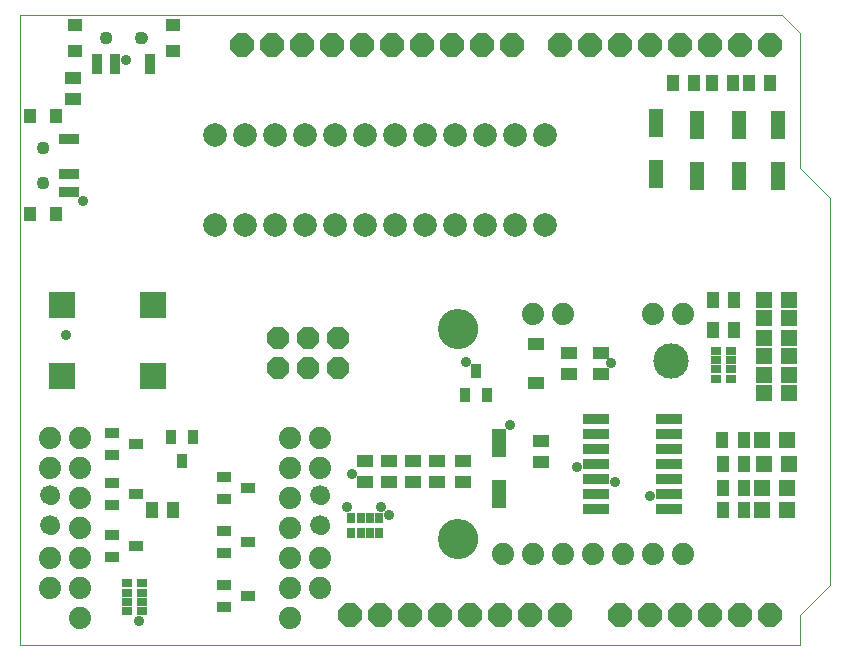
<source format=gts>
G75*
%MOIN*%
%OFA0B0*%
%FSLAX25Y25*%
%IPPOS*%
%LPD*%
%AMOC8*
5,1,8,0,0,1.08239X$1,22.5*
%
%ADD10C,0.00004*%
%ADD11R,0.03950X0.05524*%
%ADD12R,0.05524X0.03950*%
%ADD13R,0.05000X0.09400*%
%ADD14OC8,0.07944*%
%ADD15R,0.05524X0.05524*%
%ADD16R,0.03950X0.04737*%
%ADD17R,0.06706X0.03556*%
%ADD18C,0.00000*%
%ADD19C,0.04343*%
%ADD20R,0.05603X0.04383*%
%ADD21C,0.07400*%
%ADD22C,0.11824*%
%ADD23C,0.13398*%
%ADD24R,0.03300X0.04800*%
%ADD25R,0.08800X0.03400*%
%ADD26R,0.04800X0.03300*%
%ADD27R,0.08674X0.08674*%
%ADD28OC8,0.07226*%
%ADD29R,0.03359X0.02769*%
%ADD30C,0.06300*%
%ADD31C,0.06600*%
%ADD32R,0.02769X0.03359*%
%ADD33C,0.07887*%
%ADD34R,0.04737X0.03950*%
%ADD35R,0.03556X0.06706*%
%ADD36C,0.03556*%
D10*
X0016500Y0031300D02*
X0276500Y0031300D01*
X0276500Y0041300D01*
X0286500Y0051300D01*
X0286500Y0180300D01*
X0276500Y0190300D01*
X0276500Y0235300D01*
X0270500Y0241300D01*
X0016500Y0241300D01*
X0016500Y0031300D01*
D11*
X0060457Y0076300D03*
X0067543Y0076300D03*
X0233957Y0218800D03*
X0241043Y0218800D03*
X0246957Y0218800D03*
X0254043Y0218800D03*
X0259457Y0218800D03*
X0266543Y0218800D03*
X0254543Y0146300D03*
X0247457Y0146300D03*
X0247457Y0136300D03*
X0254543Y0136300D03*
X0257643Y0099800D03*
X0250557Y0099800D03*
X0250657Y0091800D03*
X0257743Y0091800D03*
X0257743Y0083800D03*
X0250657Y0083800D03*
X0250757Y0076300D03*
X0257843Y0076300D03*
D12*
X0210000Y0121757D03*
X0210000Y0128843D03*
X0199500Y0128843D03*
X0199500Y0121757D03*
X0190000Y0099343D03*
X0190000Y0092257D03*
X0164000Y0092843D03*
X0164000Y0085757D03*
X0155500Y0085757D03*
X0155500Y0092843D03*
X0147500Y0092843D03*
X0139500Y0092843D03*
X0139500Y0085757D03*
X0147500Y0085757D03*
X0131500Y0085757D03*
X0131500Y0092843D03*
X0034000Y0213257D03*
X0034000Y0220343D03*
D13*
X0176000Y0098800D03*
X0176000Y0081800D03*
X0228500Y0188300D03*
X0242000Y0187800D03*
X0256000Y0187800D03*
X0269000Y0187800D03*
X0269000Y0204800D03*
X0256000Y0204800D03*
X0242000Y0204800D03*
X0228500Y0205300D03*
D14*
X0226500Y0231300D03*
X0216500Y0231300D03*
X0206500Y0231300D03*
X0196500Y0231300D03*
X0180500Y0231300D03*
X0170500Y0231300D03*
X0160500Y0231300D03*
X0150500Y0231300D03*
X0140500Y0231300D03*
X0130500Y0231300D03*
X0120500Y0231300D03*
X0110500Y0231300D03*
X0100500Y0231300D03*
X0090500Y0231300D03*
X0236500Y0231300D03*
X0246500Y0231300D03*
X0256500Y0231300D03*
X0266500Y0231300D03*
X0266500Y0041300D03*
X0256500Y0041300D03*
X0246500Y0041300D03*
X0236500Y0041300D03*
X0226500Y0041300D03*
X0216500Y0041300D03*
X0196500Y0041300D03*
X0186500Y0041300D03*
X0176500Y0041300D03*
X0166500Y0041300D03*
X0156500Y0041300D03*
X0146500Y0041300D03*
X0136500Y0041300D03*
X0126500Y0041300D03*
D15*
X0263866Y0076300D03*
X0263866Y0083800D03*
X0264366Y0091800D03*
X0263866Y0099800D03*
X0272134Y0099800D03*
X0272634Y0091800D03*
X0272134Y0083800D03*
X0272134Y0076300D03*
X0272634Y0115300D03*
X0272634Y0121300D03*
X0272634Y0127800D03*
X0272634Y0133800D03*
X0272634Y0140300D03*
X0272634Y0146300D03*
X0264366Y0146300D03*
X0264366Y0140300D03*
X0264366Y0133800D03*
X0264366Y0127800D03*
X0264366Y0121300D03*
X0264366Y0115300D03*
D16*
X0028331Y0174961D03*
X0019669Y0174961D03*
X0019669Y0207639D03*
X0028331Y0207639D03*
D17*
X0032858Y0200158D03*
X0032858Y0188347D03*
X0032858Y0182442D03*
D18*
X0022228Y0185394D02*
X0022230Y0185478D01*
X0022236Y0185561D01*
X0022246Y0185644D01*
X0022260Y0185727D01*
X0022277Y0185809D01*
X0022299Y0185890D01*
X0022324Y0185969D01*
X0022353Y0186048D01*
X0022386Y0186125D01*
X0022422Y0186200D01*
X0022462Y0186274D01*
X0022505Y0186346D01*
X0022552Y0186415D01*
X0022602Y0186482D01*
X0022655Y0186547D01*
X0022711Y0186609D01*
X0022769Y0186669D01*
X0022831Y0186726D01*
X0022895Y0186779D01*
X0022962Y0186830D01*
X0023031Y0186877D01*
X0023102Y0186922D01*
X0023175Y0186962D01*
X0023250Y0186999D01*
X0023327Y0187033D01*
X0023405Y0187063D01*
X0023484Y0187089D01*
X0023565Y0187112D01*
X0023647Y0187130D01*
X0023729Y0187145D01*
X0023812Y0187156D01*
X0023895Y0187163D01*
X0023979Y0187166D01*
X0024063Y0187165D01*
X0024146Y0187160D01*
X0024230Y0187151D01*
X0024312Y0187138D01*
X0024394Y0187122D01*
X0024475Y0187101D01*
X0024556Y0187077D01*
X0024634Y0187049D01*
X0024712Y0187017D01*
X0024788Y0186981D01*
X0024862Y0186942D01*
X0024934Y0186900D01*
X0025004Y0186854D01*
X0025072Y0186805D01*
X0025137Y0186753D01*
X0025200Y0186698D01*
X0025260Y0186640D01*
X0025318Y0186579D01*
X0025372Y0186515D01*
X0025424Y0186449D01*
X0025472Y0186381D01*
X0025517Y0186310D01*
X0025558Y0186237D01*
X0025597Y0186163D01*
X0025631Y0186087D01*
X0025662Y0186009D01*
X0025689Y0185930D01*
X0025713Y0185849D01*
X0025732Y0185768D01*
X0025748Y0185686D01*
X0025760Y0185603D01*
X0025768Y0185519D01*
X0025772Y0185436D01*
X0025772Y0185352D01*
X0025768Y0185269D01*
X0025760Y0185185D01*
X0025748Y0185102D01*
X0025732Y0185020D01*
X0025713Y0184939D01*
X0025689Y0184858D01*
X0025662Y0184779D01*
X0025631Y0184701D01*
X0025597Y0184625D01*
X0025558Y0184551D01*
X0025517Y0184478D01*
X0025472Y0184407D01*
X0025424Y0184339D01*
X0025372Y0184273D01*
X0025318Y0184209D01*
X0025260Y0184148D01*
X0025200Y0184090D01*
X0025137Y0184035D01*
X0025072Y0183983D01*
X0025004Y0183934D01*
X0024934Y0183888D01*
X0024862Y0183846D01*
X0024788Y0183807D01*
X0024712Y0183771D01*
X0024634Y0183739D01*
X0024556Y0183711D01*
X0024475Y0183687D01*
X0024394Y0183666D01*
X0024312Y0183650D01*
X0024230Y0183637D01*
X0024146Y0183628D01*
X0024063Y0183623D01*
X0023979Y0183622D01*
X0023895Y0183625D01*
X0023812Y0183632D01*
X0023729Y0183643D01*
X0023647Y0183658D01*
X0023565Y0183676D01*
X0023484Y0183699D01*
X0023405Y0183725D01*
X0023327Y0183755D01*
X0023250Y0183789D01*
X0023175Y0183826D01*
X0023102Y0183866D01*
X0023031Y0183911D01*
X0022962Y0183958D01*
X0022895Y0184009D01*
X0022831Y0184062D01*
X0022769Y0184119D01*
X0022711Y0184179D01*
X0022655Y0184241D01*
X0022602Y0184306D01*
X0022552Y0184373D01*
X0022505Y0184442D01*
X0022462Y0184514D01*
X0022422Y0184588D01*
X0022386Y0184663D01*
X0022353Y0184740D01*
X0022324Y0184819D01*
X0022299Y0184898D01*
X0022277Y0184979D01*
X0022260Y0185061D01*
X0022246Y0185144D01*
X0022236Y0185227D01*
X0022230Y0185310D01*
X0022228Y0185394D01*
X0022228Y0197206D02*
X0022230Y0197290D01*
X0022236Y0197373D01*
X0022246Y0197456D01*
X0022260Y0197539D01*
X0022277Y0197621D01*
X0022299Y0197702D01*
X0022324Y0197781D01*
X0022353Y0197860D01*
X0022386Y0197937D01*
X0022422Y0198012D01*
X0022462Y0198086D01*
X0022505Y0198158D01*
X0022552Y0198227D01*
X0022602Y0198294D01*
X0022655Y0198359D01*
X0022711Y0198421D01*
X0022769Y0198481D01*
X0022831Y0198538D01*
X0022895Y0198591D01*
X0022962Y0198642D01*
X0023031Y0198689D01*
X0023102Y0198734D01*
X0023175Y0198774D01*
X0023250Y0198811D01*
X0023327Y0198845D01*
X0023405Y0198875D01*
X0023484Y0198901D01*
X0023565Y0198924D01*
X0023647Y0198942D01*
X0023729Y0198957D01*
X0023812Y0198968D01*
X0023895Y0198975D01*
X0023979Y0198978D01*
X0024063Y0198977D01*
X0024146Y0198972D01*
X0024230Y0198963D01*
X0024312Y0198950D01*
X0024394Y0198934D01*
X0024475Y0198913D01*
X0024556Y0198889D01*
X0024634Y0198861D01*
X0024712Y0198829D01*
X0024788Y0198793D01*
X0024862Y0198754D01*
X0024934Y0198712D01*
X0025004Y0198666D01*
X0025072Y0198617D01*
X0025137Y0198565D01*
X0025200Y0198510D01*
X0025260Y0198452D01*
X0025318Y0198391D01*
X0025372Y0198327D01*
X0025424Y0198261D01*
X0025472Y0198193D01*
X0025517Y0198122D01*
X0025558Y0198049D01*
X0025597Y0197975D01*
X0025631Y0197899D01*
X0025662Y0197821D01*
X0025689Y0197742D01*
X0025713Y0197661D01*
X0025732Y0197580D01*
X0025748Y0197498D01*
X0025760Y0197415D01*
X0025768Y0197331D01*
X0025772Y0197248D01*
X0025772Y0197164D01*
X0025768Y0197081D01*
X0025760Y0196997D01*
X0025748Y0196914D01*
X0025732Y0196832D01*
X0025713Y0196751D01*
X0025689Y0196670D01*
X0025662Y0196591D01*
X0025631Y0196513D01*
X0025597Y0196437D01*
X0025558Y0196363D01*
X0025517Y0196290D01*
X0025472Y0196219D01*
X0025424Y0196151D01*
X0025372Y0196085D01*
X0025318Y0196021D01*
X0025260Y0195960D01*
X0025200Y0195902D01*
X0025137Y0195847D01*
X0025072Y0195795D01*
X0025004Y0195746D01*
X0024934Y0195700D01*
X0024862Y0195658D01*
X0024788Y0195619D01*
X0024712Y0195583D01*
X0024634Y0195551D01*
X0024556Y0195523D01*
X0024475Y0195499D01*
X0024394Y0195478D01*
X0024312Y0195462D01*
X0024230Y0195449D01*
X0024146Y0195440D01*
X0024063Y0195435D01*
X0023979Y0195434D01*
X0023895Y0195437D01*
X0023812Y0195444D01*
X0023729Y0195455D01*
X0023647Y0195470D01*
X0023565Y0195488D01*
X0023484Y0195511D01*
X0023405Y0195537D01*
X0023327Y0195567D01*
X0023250Y0195601D01*
X0023175Y0195638D01*
X0023102Y0195678D01*
X0023031Y0195723D01*
X0022962Y0195770D01*
X0022895Y0195821D01*
X0022831Y0195874D01*
X0022769Y0195931D01*
X0022711Y0195991D01*
X0022655Y0196053D01*
X0022602Y0196118D01*
X0022552Y0196185D01*
X0022505Y0196254D01*
X0022462Y0196326D01*
X0022422Y0196400D01*
X0022386Y0196475D01*
X0022353Y0196552D01*
X0022324Y0196631D01*
X0022299Y0196710D01*
X0022277Y0196791D01*
X0022260Y0196873D01*
X0022246Y0196956D01*
X0022236Y0197039D01*
X0022230Y0197122D01*
X0022228Y0197206D01*
X0043322Y0233800D02*
X0043324Y0233884D01*
X0043330Y0233967D01*
X0043340Y0234050D01*
X0043354Y0234133D01*
X0043371Y0234215D01*
X0043393Y0234296D01*
X0043418Y0234375D01*
X0043447Y0234454D01*
X0043480Y0234531D01*
X0043516Y0234606D01*
X0043556Y0234680D01*
X0043599Y0234752D01*
X0043646Y0234821D01*
X0043696Y0234888D01*
X0043749Y0234953D01*
X0043805Y0235015D01*
X0043863Y0235075D01*
X0043925Y0235132D01*
X0043989Y0235185D01*
X0044056Y0235236D01*
X0044125Y0235283D01*
X0044196Y0235328D01*
X0044269Y0235368D01*
X0044344Y0235405D01*
X0044421Y0235439D01*
X0044499Y0235469D01*
X0044578Y0235495D01*
X0044659Y0235518D01*
X0044741Y0235536D01*
X0044823Y0235551D01*
X0044906Y0235562D01*
X0044989Y0235569D01*
X0045073Y0235572D01*
X0045157Y0235571D01*
X0045240Y0235566D01*
X0045324Y0235557D01*
X0045406Y0235544D01*
X0045488Y0235528D01*
X0045569Y0235507D01*
X0045650Y0235483D01*
X0045728Y0235455D01*
X0045806Y0235423D01*
X0045882Y0235387D01*
X0045956Y0235348D01*
X0046028Y0235306D01*
X0046098Y0235260D01*
X0046166Y0235211D01*
X0046231Y0235159D01*
X0046294Y0235104D01*
X0046354Y0235046D01*
X0046412Y0234985D01*
X0046466Y0234921D01*
X0046518Y0234855D01*
X0046566Y0234787D01*
X0046611Y0234716D01*
X0046652Y0234643D01*
X0046691Y0234569D01*
X0046725Y0234493D01*
X0046756Y0234415D01*
X0046783Y0234336D01*
X0046807Y0234255D01*
X0046826Y0234174D01*
X0046842Y0234092D01*
X0046854Y0234009D01*
X0046862Y0233925D01*
X0046866Y0233842D01*
X0046866Y0233758D01*
X0046862Y0233675D01*
X0046854Y0233591D01*
X0046842Y0233508D01*
X0046826Y0233426D01*
X0046807Y0233345D01*
X0046783Y0233264D01*
X0046756Y0233185D01*
X0046725Y0233107D01*
X0046691Y0233031D01*
X0046652Y0232957D01*
X0046611Y0232884D01*
X0046566Y0232813D01*
X0046518Y0232745D01*
X0046466Y0232679D01*
X0046412Y0232615D01*
X0046354Y0232554D01*
X0046294Y0232496D01*
X0046231Y0232441D01*
X0046166Y0232389D01*
X0046098Y0232340D01*
X0046028Y0232294D01*
X0045956Y0232252D01*
X0045882Y0232213D01*
X0045806Y0232177D01*
X0045728Y0232145D01*
X0045650Y0232117D01*
X0045569Y0232093D01*
X0045488Y0232072D01*
X0045406Y0232056D01*
X0045324Y0232043D01*
X0045240Y0232034D01*
X0045157Y0232029D01*
X0045073Y0232028D01*
X0044989Y0232031D01*
X0044906Y0232038D01*
X0044823Y0232049D01*
X0044741Y0232064D01*
X0044659Y0232082D01*
X0044578Y0232105D01*
X0044499Y0232131D01*
X0044421Y0232161D01*
X0044344Y0232195D01*
X0044269Y0232232D01*
X0044196Y0232272D01*
X0044125Y0232317D01*
X0044056Y0232364D01*
X0043989Y0232415D01*
X0043925Y0232468D01*
X0043863Y0232525D01*
X0043805Y0232585D01*
X0043749Y0232647D01*
X0043696Y0232712D01*
X0043646Y0232779D01*
X0043599Y0232848D01*
X0043556Y0232920D01*
X0043516Y0232994D01*
X0043480Y0233069D01*
X0043447Y0233146D01*
X0043418Y0233225D01*
X0043393Y0233304D01*
X0043371Y0233385D01*
X0043354Y0233467D01*
X0043340Y0233550D01*
X0043330Y0233633D01*
X0043324Y0233716D01*
X0043322Y0233800D01*
X0055134Y0233800D02*
X0055136Y0233884D01*
X0055142Y0233967D01*
X0055152Y0234050D01*
X0055166Y0234133D01*
X0055183Y0234215D01*
X0055205Y0234296D01*
X0055230Y0234375D01*
X0055259Y0234454D01*
X0055292Y0234531D01*
X0055328Y0234606D01*
X0055368Y0234680D01*
X0055411Y0234752D01*
X0055458Y0234821D01*
X0055508Y0234888D01*
X0055561Y0234953D01*
X0055617Y0235015D01*
X0055675Y0235075D01*
X0055737Y0235132D01*
X0055801Y0235185D01*
X0055868Y0235236D01*
X0055937Y0235283D01*
X0056008Y0235328D01*
X0056081Y0235368D01*
X0056156Y0235405D01*
X0056233Y0235439D01*
X0056311Y0235469D01*
X0056390Y0235495D01*
X0056471Y0235518D01*
X0056553Y0235536D01*
X0056635Y0235551D01*
X0056718Y0235562D01*
X0056801Y0235569D01*
X0056885Y0235572D01*
X0056969Y0235571D01*
X0057052Y0235566D01*
X0057136Y0235557D01*
X0057218Y0235544D01*
X0057300Y0235528D01*
X0057381Y0235507D01*
X0057462Y0235483D01*
X0057540Y0235455D01*
X0057618Y0235423D01*
X0057694Y0235387D01*
X0057768Y0235348D01*
X0057840Y0235306D01*
X0057910Y0235260D01*
X0057978Y0235211D01*
X0058043Y0235159D01*
X0058106Y0235104D01*
X0058166Y0235046D01*
X0058224Y0234985D01*
X0058278Y0234921D01*
X0058330Y0234855D01*
X0058378Y0234787D01*
X0058423Y0234716D01*
X0058464Y0234643D01*
X0058503Y0234569D01*
X0058537Y0234493D01*
X0058568Y0234415D01*
X0058595Y0234336D01*
X0058619Y0234255D01*
X0058638Y0234174D01*
X0058654Y0234092D01*
X0058666Y0234009D01*
X0058674Y0233925D01*
X0058678Y0233842D01*
X0058678Y0233758D01*
X0058674Y0233675D01*
X0058666Y0233591D01*
X0058654Y0233508D01*
X0058638Y0233426D01*
X0058619Y0233345D01*
X0058595Y0233264D01*
X0058568Y0233185D01*
X0058537Y0233107D01*
X0058503Y0233031D01*
X0058464Y0232957D01*
X0058423Y0232884D01*
X0058378Y0232813D01*
X0058330Y0232745D01*
X0058278Y0232679D01*
X0058224Y0232615D01*
X0058166Y0232554D01*
X0058106Y0232496D01*
X0058043Y0232441D01*
X0057978Y0232389D01*
X0057910Y0232340D01*
X0057840Y0232294D01*
X0057768Y0232252D01*
X0057694Y0232213D01*
X0057618Y0232177D01*
X0057540Y0232145D01*
X0057462Y0232117D01*
X0057381Y0232093D01*
X0057300Y0232072D01*
X0057218Y0232056D01*
X0057136Y0232043D01*
X0057052Y0232034D01*
X0056969Y0232029D01*
X0056885Y0232028D01*
X0056801Y0232031D01*
X0056718Y0232038D01*
X0056635Y0232049D01*
X0056553Y0232064D01*
X0056471Y0232082D01*
X0056390Y0232105D01*
X0056311Y0232131D01*
X0056233Y0232161D01*
X0056156Y0232195D01*
X0056081Y0232232D01*
X0056008Y0232272D01*
X0055937Y0232317D01*
X0055868Y0232364D01*
X0055801Y0232415D01*
X0055737Y0232468D01*
X0055675Y0232525D01*
X0055617Y0232585D01*
X0055561Y0232647D01*
X0055508Y0232712D01*
X0055458Y0232779D01*
X0055411Y0232848D01*
X0055368Y0232920D01*
X0055328Y0232994D01*
X0055292Y0233069D01*
X0055259Y0233146D01*
X0055230Y0233225D01*
X0055205Y0233304D01*
X0055183Y0233385D01*
X0055166Y0233467D01*
X0055152Y0233550D01*
X0055142Y0233633D01*
X0055136Y0233716D01*
X0055134Y0233800D01*
X0156201Y0136800D02*
X0156203Y0136958D01*
X0156209Y0137116D01*
X0156219Y0137274D01*
X0156233Y0137432D01*
X0156251Y0137589D01*
X0156272Y0137746D01*
X0156298Y0137902D01*
X0156328Y0138058D01*
X0156361Y0138213D01*
X0156399Y0138366D01*
X0156440Y0138519D01*
X0156485Y0138671D01*
X0156534Y0138822D01*
X0156587Y0138971D01*
X0156643Y0139119D01*
X0156703Y0139265D01*
X0156767Y0139410D01*
X0156835Y0139553D01*
X0156906Y0139695D01*
X0156980Y0139835D01*
X0157058Y0139972D01*
X0157140Y0140108D01*
X0157224Y0140242D01*
X0157313Y0140373D01*
X0157404Y0140502D01*
X0157499Y0140629D01*
X0157596Y0140754D01*
X0157697Y0140876D01*
X0157801Y0140995D01*
X0157908Y0141112D01*
X0158018Y0141226D01*
X0158131Y0141337D01*
X0158246Y0141446D01*
X0158364Y0141551D01*
X0158485Y0141653D01*
X0158608Y0141753D01*
X0158734Y0141849D01*
X0158862Y0141942D01*
X0158992Y0142032D01*
X0159125Y0142118D01*
X0159260Y0142202D01*
X0159396Y0142281D01*
X0159535Y0142358D01*
X0159676Y0142430D01*
X0159818Y0142500D01*
X0159962Y0142565D01*
X0160108Y0142627D01*
X0160255Y0142685D01*
X0160404Y0142740D01*
X0160554Y0142791D01*
X0160705Y0142838D01*
X0160857Y0142881D01*
X0161010Y0142920D01*
X0161165Y0142956D01*
X0161320Y0142987D01*
X0161476Y0143015D01*
X0161632Y0143039D01*
X0161789Y0143059D01*
X0161947Y0143075D01*
X0162104Y0143087D01*
X0162263Y0143095D01*
X0162421Y0143099D01*
X0162579Y0143099D01*
X0162737Y0143095D01*
X0162896Y0143087D01*
X0163053Y0143075D01*
X0163211Y0143059D01*
X0163368Y0143039D01*
X0163524Y0143015D01*
X0163680Y0142987D01*
X0163835Y0142956D01*
X0163990Y0142920D01*
X0164143Y0142881D01*
X0164295Y0142838D01*
X0164446Y0142791D01*
X0164596Y0142740D01*
X0164745Y0142685D01*
X0164892Y0142627D01*
X0165038Y0142565D01*
X0165182Y0142500D01*
X0165324Y0142430D01*
X0165465Y0142358D01*
X0165604Y0142281D01*
X0165740Y0142202D01*
X0165875Y0142118D01*
X0166008Y0142032D01*
X0166138Y0141942D01*
X0166266Y0141849D01*
X0166392Y0141753D01*
X0166515Y0141653D01*
X0166636Y0141551D01*
X0166754Y0141446D01*
X0166869Y0141337D01*
X0166982Y0141226D01*
X0167092Y0141112D01*
X0167199Y0140995D01*
X0167303Y0140876D01*
X0167404Y0140754D01*
X0167501Y0140629D01*
X0167596Y0140502D01*
X0167687Y0140373D01*
X0167776Y0140242D01*
X0167860Y0140108D01*
X0167942Y0139972D01*
X0168020Y0139835D01*
X0168094Y0139695D01*
X0168165Y0139553D01*
X0168233Y0139410D01*
X0168297Y0139265D01*
X0168357Y0139119D01*
X0168413Y0138971D01*
X0168466Y0138822D01*
X0168515Y0138671D01*
X0168560Y0138519D01*
X0168601Y0138366D01*
X0168639Y0138213D01*
X0168672Y0138058D01*
X0168702Y0137902D01*
X0168728Y0137746D01*
X0168749Y0137589D01*
X0168767Y0137432D01*
X0168781Y0137274D01*
X0168791Y0137116D01*
X0168797Y0136958D01*
X0168799Y0136800D01*
X0168797Y0136642D01*
X0168791Y0136484D01*
X0168781Y0136326D01*
X0168767Y0136168D01*
X0168749Y0136011D01*
X0168728Y0135854D01*
X0168702Y0135698D01*
X0168672Y0135542D01*
X0168639Y0135387D01*
X0168601Y0135234D01*
X0168560Y0135081D01*
X0168515Y0134929D01*
X0168466Y0134778D01*
X0168413Y0134629D01*
X0168357Y0134481D01*
X0168297Y0134335D01*
X0168233Y0134190D01*
X0168165Y0134047D01*
X0168094Y0133905D01*
X0168020Y0133765D01*
X0167942Y0133628D01*
X0167860Y0133492D01*
X0167776Y0133358D01*
X0167687Y0133227D01*
X0167596Y0133098D01*
X0167501Y0132971D01*
X0167404Y0132846D01*
X0167303Y0132724D01*
X0167199Y0132605D01*
X0167092Y0132488D01*
X0166982Y0132374D01*
X0166869Y0132263D01*
X0166754Y0132154D01*
X0166636Y0132049D01*
X0166515Y0131947D01*
X0166392Y0131847D01*
X0166266Y0131751D01*
X0166138Y0131658D01*
X0166008Y0131568D01*
X0165875Y0131482D01*
X0165740Y0131398D01*
X0165604Y0131319D01*
X0165465Y0131242D01*
X0165324Y0131170D01*
X0165182Y0131100D01*
X0165038Y0131035D01*
X0164892Y0130973D01*
X0164745Y0130915D01*
X0164596Y0130860D01*
X0164446Y0130809D01*
X0164295Y0130762D01*
X0164143Y0130719D01*
X0163990Y0130680D01*
X0163835Y0130644D01*
X0163680Y0130613D01*
X0163524Y0130585D01*
X0163368Y0130561D01*
X0163211Y0130541D01*
X0163053Y0130525D01*
X0162896Y0130513D01*
X0162737Y0130505D01*
X0162579Y0130501D01*
X0162421Y0130501D01*
X0162263Y0130505D01*
X0162104Y0130513D01*
X0161947Y0130525D01*
X0161789Y0130541D01*
X0161632Y0130561D01*
X0161476Y0130585D01*
X0161320Y0130613D01*
X0161165Y0130644D01*
X0161010Y0130680D01*
X0160857Y0130719D01*
X0160705Y0130762D01*
X0160554Y0130809D01*
X0160404Y0130860D01*
X0160255Y0130915D01*
X0160108Y0130973D01*
X0159962Y0131035D01*
X0159818Y0131100D01*
X0159676Y0131170D01*
X0159535Y0131242D01*
X0159396Y0131319D01*
X0159260Y0131398D01*
X0159125Y0131482D01*
X0158992Y0131568D01*
X0158862Y0131658D01*
X0158734Y0131751D01*
X0158608Y0131847D01*
X0158485Y0131947D01*
X0158364Y0132049D01*
X0158246Y0132154D01*
X0158131Y0132263D01*
X0158018Y0132374D01*
X0157908Y0132488D01*
X0157801Y0132605D01*
X0157697Y0132724D01*
X0157596Y0132846D01*
X0157499Y0132971D01*
X0157404Y0133098D01*
X0157313Y0133227D01*
X0157224Y0133358D01*
X0157140Y0133492D01*
X0157058Y0133628D01*
X0156980Y0133765D01*
X0156906Y0133905D01*
X0156835Y0134047D01*
X0156767Y0134190D01*
X0156703Y0134335D01*
X0156643Y0134481D01*
X0156587Y0134629D01*
X0156534Y0134778D01*
X0156485Y0134929D01*
X0156440Y0135081D01*
X0156399Y0135234D01*
X0156361Y0135387D01*
X0156328Y0135542D01*
X0156298Y0135698D01*
X0156272Y0135854D01*
X0156251Y0136011D01*
X0156233Y0136168D01*
X0156219Y0136326D01*
X0156209Y0136484D01*
X0156203Y0136642D01*
X0156201Y0136800D01*
X0113600Y0081300D02*
X0113602Y0081407D01*
X0113608Y0081514D01*
X0113618Y0081621D01*
X0113632Y0081727D01*
X0113649Y0081833D01*
X0113671Y0081938D01*
X0113697Y0082042D01*
X0113726Y0082145D01*
X0113759Y0082247D01*
X0113796Y0082348D01*
X0113836Y0082447D01*
X0113881Y0082544D01*
X0113928Y0082640D01*
X0113980Y0082735D01*
X0114034Y0082827D01*
X0114092Y0082917D01*
X0114154Y0083005D01*
X0114218Y0083090D01*
X0114286Y0083173D01*
X0114357Y0083254D01*
X0114431Y0083332D01*
X0114507Y0083407D01*
X0114586Y0083479D01*
X0114668Y0083548D01*
X0114752Y0083614D01*
X0114839Y0083677D01*
X0114928Y0083737D01*
X0115019Y0083793D01*
X0115112Y0083846D01*
X0115207Y0083896D01*
X0115304Y0083942D01*
X0115403Y0083984D01*
X0115503Y0084023D01*
X0115604Y0084058D01*
X0115706Y0084089D01*
X0115810Y0084117D01*
X0115915Y0084140D01*
X0116020Y0084160D01*
X0116126Y0084176D01*
X0116232Y0084188D01*
X0116339Y0084196D01*
X0116446Y0084200D01*
X0116554Y0084200D01*
X0116661Y0084196D01*
X0116768Y0084188D01*
X0116874Y0084176D01*
X0116980Y0084160D01*
X0117085Y0084140D01*
X0117190Y0084117D01*
X0117294Y0084089D01*
X0117396Y0084058D01*
X0117497Y0084023D01*
X0117597Y0083984D01*
X0117696Y0083942D01*
X0117793Y0083896D01*
X0117888Y0083846D01*
X0117981Y0083793D01*
X0118072Y0083737D01*
X0118161Y0083677D01*
X0118248Y0083614D01*
X0118332Y0083548D01*
X0118414Y0083479D01*
X0118493Y0083407D01*
X0118569Y0083332D01*
X0118643Y0083254D01*
X0118714Y0083173D01*
X0118782Y0083090D01*
X0118846Y0083005D01*
X0118908Y0082917D01*
X0118966Y0082827D01*
X0119020Y0082735D01*
X0119072Y0082640D01*
X0119119Y0082544D01*
X0119164Y0082447D01*
X0119204Y0082348D01*
X0119241Y0082247D01*
X0119274Y0082145D01*
X0119303Y0082042D01*
X0119329Y0081938D01*
X0119351Y0081833D01*
X0119368Y0081727D01*
X0119382Y0081621D01*
X0119392Y0081514D01*
X0119398Y0081407D01*
X0119400Y0081300D01*
X0119398Y0081193D01*
X0119392Y0081086D01*
X0119382Y0080979D01*
X0119368Y0080873D01*
X0119351Y0080767D01*
X0119329Y0080662D01*
X0119303Y0080558D01*
X0119274Y0080455D01*
X0119241Y0080353D01*
X0119204Y0080252D01*
X0119164Y0080153D01*
X0119119Y0080056D01*
X0119072Y0079960D01*
X0119020Y0079865D01*
X0118966Y0079773D01*
X0118908Y0079683D01*
X0118846Y0079595D01*
X0118782Y0079510D01*
X0118714Y0079427D01*
X0118643Y0079346D01*
X0118569Y0079268D01*
X0118493Y0079193D01*
X0118414Y0079121D01*
X0118332Y0079052D01*
X0118248Y0078986D01*
X0118161Y0078923D01*
X0118072Y0078863D01*
X0117981Y0078807D01*
X0117888Y0078754D01*
X0117793Y0078704D01*
X0117696Y0078658D01*
X0117597Y0078616D01*
X0117497Y0078577D01*
X0117396Y0078542D01*
X0117294Y0078511D01*
X0117190Y0078483D01*
X0117085Y0078460D01*
X0116980Y0078440D01*
X0116874Y0078424D01*
X0116768Y0078412D01*
X0116661Y0078404D01*
X0116554Y0078400D01*
X0116446Y0078400D01*
X0116339Y0078404D01*
X0116232Y0078412D01*
X0116126Y0078424D01*
X0116020Y0078440D01*
X0115915Y0078460D01*
X0115810Y0078483D01*
X0115706Y0078511D01*
X0115604Y0078542D01*
X0115503Y0078577D01*
X0115403Y0078616D01*
X0115304Y0078658D01*
X0115207Y0078704D01*
X0115112Y0078754D01*
X0115019Y0078807D01*
X0114928Y0078863D01*
X0114839Y0078923D01*
X0114752Y0078986D01*
X0114668Y0079052D01*
X0114586Y0079121D01*
X0114507Y0079193D01*
X0114431Y0079268D01*
X0114357Y0079346D01*
X0114286Y0079427D01*
X0114218Y0079510D01*
X0114154Y0079595D01*
X0114092Y0079683D01*
X0114034Y0079773D01*
X0113980Y0079865D01*
X0113928Y0079960D01*
X0113881Y0080056D01*
X0113836Y0080153D01*
X0113796Y0080252D01*
X0113759Y0080353D01*
X0113726Y0080455D01*
X0113697Y0080558D01*
X0113671Y0080662D01*
X0113649Y0080767D01*
X0113632Y0080873D01*
X0113618Y0080979D01*
X0113608Y0081086D01*
X0113602Y0081193D01*
X0113600Y0081300D01*
X0113600Y0071300D02*
X0113602Y0071407D01*
X0113608Y0071514D01*
X0113618Y0071621D01*
X0113632Y0071727D01*
X0113649Y0071833D01*
X0113671Y0071938D01*
X0113697Y0072042D01*
X0113726Y0072145D01*
X0113759Y0072247D01*
X0113796Y0072348D01*
X0113836Y0072447D01*
X0113881Y0072544D01*
X0113928Y0072640D01*
X0113980Y0072735D01*
X0114034Y0072827D01*
X0114092Y0072917D01*
X0114154Y0073005D01*
X0114218Y0073090D01*
X0114286Y0073173D01*
X0114357Y0073254D01*
X0114431Y0073332D01*
X0114507Y0073407D01*
X0114586Y0073479D01*
X0114668Y0073548D01*
X0114752Y0073614D01*
X0114839Y0073677D01*
X0114928Y0073737D01*
X0115019Y0073793D01*
X0115112Y0073846D01*
X0115207Y0073896D01*
X0115304Y0073942D01*
X0115403Y0073984D01*
X0115503Y0074023D01*
X0115604Y0074058D01*
X0115706Y0074089D01*
X0115810Y0074117D01*
X0115915Y0074140D01*
X0116020Y0074160D01*
X0116126Y0074176D01*
X0116232Y0074188D01*
X0116339Y0074196D01*
X0116446Y0074200D01*
X0116554Y0074200D01*
X0116661Y0074196D01*
X0116768Y0074188D01*
X0116874Y0074176D01*
X0116980Y0074160D01*
X0117085Y0074140D01*
X0117190Y0074117D01*
X0117294Y0074089D01*
X0117396Y0074058D01*
X0117497Y0074023D01*
X0117597Y0073984D01*
X0117696Y0073942D01*
X0117793Y0073896D01*
X0117888Y0073846D01*
X0117981Y0073793D01*
X0118072Y0073737D01*
X0118161Y0073677D01*
X0118248Y0073614D01*
X0118332Y0073548D01*
X0118414Y0073479D01*
X0118493Y0073407D01*
X0118569Y0073332D01*
X0118643Y0073254D01*
X0118714Y0073173D01*
X0118782Y0073090D01*
X0118846Y0073005D01*
X0118908Y0072917D01*
X0118966Y0072827D01*
X0119020Y0072735D01*
X0119072Y0072640D01*
X0119119Y0072544D01*
X0119164Y0072447D01*
X0119204Y0072348D01*
X0119241Y0072247D01*
X0119274Y0072145D01*
X0119303Y0072042D01*
X0119329Y0071938D01*
X0119351Y0071833D01*
X0119368Y0071727D01*
X0119382Y0071621D01*
X0119392Y0071514D01*
X0119398Y0071407D01*
X0119400Y0071300D01*
X0119398Y0071193D01*
X0119392Y0071086D01*
X0119382Y0070979D01*
X0119368Y0070873D01*
X0119351Y0070767D01*
X0119329Y0070662D01*
X0119303Y0070558D01*
X0119274Y0070455D01*
X0119241Y0070353D01*
X0119204Y0070252D01*
X0119164Y0070153D01*
X0119119Y0070056D01*
X0119072Y0069960D01*
X0119020Y0069865D01*
X0118966Y0069773D01*
X0118908Y0069683D01*
X0118846Y0069595D01*
X0118782Y0069510D01*
X0118714Y0069427D01*
X0118643Y0069346D01*
X0118569Y0069268D01*
X0118493Y0069193D01*
X0118414Y0069121D01*
X0118332Y0069052D01*
X0118248Y0068986D01*
X0118161Y0068923D01*
X0118072Y0068863D01*
X0117981Y0068807D01*
X0117888Y0068754D01*
X0117793Y0068704D01*
X0117696Y0068658D01*
X0117597Y0068616D01*
X0117497Y0068577D01*
X0117396Y0068542D01*
X0117294Y0068511D01*
X0117190Y0068483D01*
X0117085Y0068460D01*
X0116980Y0068440D01*
X0116874Y0068424D01*
X0116768Y0068412D01*
X0116661Y0068404D01*
X0116554Y0068400D01*
X0116446Y0068400D01*
X0116339Y0068404D01*
X0116232Y0068412D01*
X0116126Y0068424D01*
X0116020Y0068440D01*
X0115915Y0068460D01*
X0115810Y0068483D01*
X0115706Y0068511D01*
X0115604Y0068542D01*
X0115503Y0068577D01*
X0115403Y0068616D01*
X0115304Y0068658D01*
X0115207Y0068704D01*
X0115112Y0068754D01*
X0115019Y0068807D01*
X0114928Y0068863D01*
X0114839Y0068923D01*
X0114752Y0068986D01*
X0114668Y0069052D01*
X0114586Y0069121D01*
X0114507Y0069193D01*
X0114431Y0069268D01*
X0114357Y0069346D01*
X0114286Y0069427D01*
X0114218Y0069510D01*
X0114154Y0069595D01*
X0114092Y0069683D01*
X0114034Y0069773D01*
X0113980Y0069865D01*
X0113928Y0069960D01*
X0113881Y0070056D01*
X0113836Y0070153D01*
X0113796Y0070252D01*
X0113759Y0070353D01*
X0113726Y0070455D01*
X0113697Y0070558D01*
X0113671Y0070662D01*
X0113649Y0070767D01*
X0113632Y0070873D01*
X0113618Y0070979D01*
X0113608Y0071086D01*
X0113602Y0071193D01*
X0113600Y0071300D01*
X0156201Y0066800D02*
X0156203Y0066958D01*
X0156209Y0067116D01*
X0156219Y0067274D01*
X0156233Y0067432D01*
X0156251Y0067589D01*
X0156272Y0067746D01*
X0156298Y0067902D01*
X0156328Y0068058D01*
X0156361Y0068213D01*
X0156399Y0068366D01*
X0156440Y0068519D01*
X0156485Y0068671D01*
X0156534Y0068822D01*
X0156587Y0068971D01*
X0156643Y0069119D01*
X0156703Y0069265D01*
X0156767Y0069410D01*
X0156835Y0069553D01*
X0156906Y0069695D01*
X0156980Y0069835D01*
X0157058Y0069972D01*
X0157140Y0070108D01*
X0157224Y0070242D01*
X0157313Y0070373D01*
X0157404Y0070502D01*
X0157499Y0070629D01*
X0157596Y0070754D01*
X0157697Y0070876D01*
X0157801Y0070995D01*
X0157908Y0071112D01*
X0158018Y0071226D01*
X0158131Y0071337D01*
X0158246Y0071446D01*
X0158364Y0071551D01*
X0158485Y0071653D01*
X0158608Y0071753D01*
X0158734Y0071849D01*
X0158862Y0071942D01*
X0158992Y0072032D01*
X0159125Y0072118D01*
X0159260Y0072202D01*
X0159396Y0072281D01*
X0159535Y0072358D01*
X0159676Y0072430D01*
X0159818Y0072500D01*
X0159962Y0072565D01*
X0160108Y0072627D01*
X0160255Y0072685D01*
X0160404Y0072740D01*
X0160554Y0072791D01*
X0160705Y0072838D01*
X0160857Y0072881D01*
X0161010Y0072920D01*
X0161165Y0072956D01*
X0161320Y0072987D01*
X0161476Y0073015D01*
X0161632Y0073039D01*
X0161789Y0073059D01*
X0161947Y0073075D01*
X0162104Y0073087D01*
X0162263Y0073095D01*
X0162421Y0073099D01*
X0162579Y0073099D01*
X0162737Y0073095D01*
X0162896Y0073087D01*
X0163053Y0073075D01*
X0163211Y0073059D01*
X0163368Y0073039D01*
X0163524Y0073015D01*
X0163680Y0072987D01*
X0163835Y0072956D01*
X0163990Y0072920D01*
X0164143Y0072881D01*
X0164295Y0072838D01*
X0164446Y0072791D01*
X0164596Y0072740D01*
X0164745Y0072685D01*
X0164892Y0072627D01*
X0165038Y0072565D01*
X0165182Y0072500D01*
X0165324Y0072430D01*
X0165465Y0072358D01*
X0165604Y0072281D01*
X0165740Y0072202D01*
X0165875Y0072118D01*
X0166008Y0072032D01*
X0166138Y0071942D01*
X0166266Y0071849D01*
X0166392Y0071753D01*
X0166515Y0071653D01*
X0166636Y0071551D01*
X0166754Y0071446D01*
X0166869Y0071337D01*
X0166982Y0071226D01*
X0167092Y0071112D01*
X0167199Y0070995D01*
X0167303Y0070876D01*
X0167404Y0070754D01*
X0167501Y0070629D01*
X0167596Y0070502D01*
X0167687Y0070373D01*
X0167776Y0070242D01*
X0167860Y0070108D01*
X0167942Y0069972D01*
X0168020Y0069835D01*
X0168094Y0069695D01*
X0168165Y0069553D01*
X0168233Y0069410D01*
X0168297Y0069265D01*
X0168357Y0069119D01*
X0168413Y0068971D01*
X0168466Y0068822D01*
X0168515Y0068671D01*
X0168560Y0068519D01*
X0168601Y0068366D01*
X0168639Y0068213D01*
X0168672Y0068058D01*
X0168702Y0067902D01*
X0168728Y0067746D01*
X0168749Y0067589D01*
X0168767Y0067432D01*
X0168781Y0067274D01*
X0168791Y0067116D01*
X0168797Y0066958D01*
X0168799Y0066800D01*
X0168797Y0066642D01*
X0168791Y0066484D01*
X0168781Y0066326D01*
X0168767Y0066168D01*
X0168749Y0066011D01*
X0168728Y0065854D01*
X0168702Y0065698D01*
X0168672Y0065542D01*
X0168639Y0065387D01*
X0168601Y0065234D01*
X0168560Y0065081D01*
X0168515Y0064929D01*
X0168466Y0064778D01*
X0168413Y0064629D01*
X0168357Y0064481D01*
X0168297Y0064335D01*
X0168233Y0064190D01*
X0168165Y0064047D01*
X0168094Y0063905D01*
X0168020Y0063765D01*
X0167942Y0063628D01*
X0167860Y0063492D01*
X0167776Y0063358D01*
X0167687Y0063227D01*
X0167596Y0063098D01*
X0167501Y0062971D01*
X0167404Y0062846D01*
X0167303Y0062724D01*
X0167199Y0062605D01*
X0167092Y0062488D01*
X0166982Y0062374D01*
X0166869Y0062263D01*
X0166754Y0062154D01*
X0166636Y0062049D01*
X0166515Y0061947D01*
X0166392Y0061847D01*
X0166266Y0061751D01*
X0166138Y0061658D01*
X0166008Y0061568D01*
X0165875Y0061482D01*
X0165740Y0061398D01*
X0165604Y0061319D01*
X0165465Y0061242D01*
X0165324Y0061170D01*
X0165182Y0061100D01*
X0165038Y0061035D01*
X0164892Y0060973D01*
X0164745Y0060915D01*
X0164596Y0060860D01*
X0164446Y0060809D01*
X0164295Y0060762D01*
X0164143Y0060719D01*
X0163990Y0060680D01*
X0163835Y0060644D01*
X0163680Y0060613D01*
X0163524Y0060585D01*
X0163368Y0060561D01*
X0163211Y0060541D01*
X0163053Y0060525D01*
X0162896Y0060513D01*
X0162737Y0060505D01*
X0162579Y0060501D01*
X0162421Y0060501D01*
X0162263Y0060505D01*
X0162104Y0060513D01*
X0161947Y0060525D01*
X0161789Y0060541D01*
X0161632Y0060561D01*
X0161476Y0060585D01*
X0161320Y0060613D01*
X0161165Y0060644D01*
X0161010Y0060680D01*
X0160857Y0060719D01*
X0160705Y0060762D01*
X0160554Y0060809D01*
X0160404Y0060860D01*
X0160255Y0060915D01*
X0160108Y0060973D01*
X0159962Y0061035D01*
X0159818Y0061100D01*
X0159676Y0061170D01*
X0159535Y0061242D01*
X0159396Y0061319D01*
X0159260Y0061398D01*
X0159125Y0061482D01*
X0158992Y0061568D01*
X0158862Y0061658D01*
X0158734Y0061751D01*
X0158608Y0061847D01*
X0158485Y0061947D01*
X0158364Y0062049D01*
X0158246Y0062154D01*
X0158131Y0062263D01*
X0158018Y0062374D01*
X0157908Y0062488D01*
X0157801Y0062605D01*
X0157697Y0062724D01*
X0157596Y0062846D01*
X0157499Y0062971D01*
X0157404Y0063098D01*
X0157313Y0063227D01*
X0157224Y0063358D01*
X0157140Y0063492D01*
X0157058Y0063628D01*
X0156980Y0063765D01*
X0156906Y0063905D01*
X0156835Y0064047D01*
X0156767Y0064190D01*
X0156703Y0064335D01*
X0156643Y0064481D01*
X0156587Y0064629D01*
X0156534Y0064778D01*
X0156485Y0064929D01*
X0156440Y0065081D01*
X0156399Y0065234D01*
X0156361Y0065387D01*
X0156328Y0065542D01*
X0156298Y0065698D01*
X0156272Y0065854D01*
X0156251Y0066011D01*
X0156233Y0066168D01*
X0156219Y0066326D01*
X0156209Y0066484D01*
X0156203Y0066642D01*
X0156201Y0066800D01*
X0227788Y0126200D02*
X0227790Y0126348D01*
X0227796Y0126496D01*
X0227806Y0126644D01*
X0227820Y0126791D01*
X0227838Y0126938D01*
X0227859Y0127084D01*
X0227885Y0127230D01*
X0227915Y0127375D01*
X0227948Y0127519D01*
X0227986Y0127662D01*
X0228027Y0127804D01*
X0228072Y0127945D01*
X0228120Y0128085D01*
X0228173Y0128224D01*
X0228229Y0128361D01*
X0228289Y0128496D01*
X0228352Y0128630D01*
X0228419Y0128762D01*
X0228490Y0128892D01*
X0228564Y0129020D01*
X0228641Y0129146D01*
X0228722Y0129270D01*
X0228806Y0129392D01*
X0228893Y0129511D01*
X0228984Y0129628D01*
X0229078Y0129743D01*
X0229174Y0129855D01*
X0229274Y0129965D01*
X0229376Y0130071D01*
X0229482Y0130175D01*
X0229590Y0130276D01*
X0229701Y0130374D01*
X0229814Y0130470D01*
X0229930Y0130562D01*
X0230048Y0130651D01*
X0230169Y0130736D01*
X0230292Y0130819D01*
X0230417Y0130898D01*
X0230544Y0130974D01*
X0230673Y0131046D01*
X0230804Y0131115D01*
X0230937Y0131180D01*
X0231072Y0131241D01*
X0231208Y0131299D01*
X0231345Y0131354D01*
X0231484Y0131404D01*
X0231625Y0131451D01*
X0231766Y0131494D01*
X0231909Y0131534D01*
X0232053Y0131569D01*
X0232197Y0131601D01*
X0232343Y0131628D01*
X0232489Y0131652D01*
X0232636Y0131672D01*
X0232783Y0131688D01*
X0232930Y0131700D01*
X0233078Y0131708D01*
X0233226Y0131712D01*
X0233374Y0131712D01*
X0233522Y0131708D01*
X0233670Y0131700D01*
X0233817Y0131688D01*
X0233964Y0131672D01*
X0234111Y0131652D01*
X0234257Y0131628D01*
X0234403Y0131601D01*
X0234547Y0131569D01*
X0234691Y0131534D01*
X0234834Y0131494D01*
X0234975Y0131451D01*
X0235116Y0131404D01*
X0235255Y0131354D01*
X0235392Y0131299D01*
X0235528Y0131241D01*
X0235663Y0131180D01*
X0235796Y0131115D01*
X0235927Y0131046D01*
X0236056Y0130974D01*
X0236183Y0130898D01*
X0236308Y0130819D01*
X0236431Y0130736D01*
X0236552Y0130651D01*
X0236670Y0130562D01*
X0236786Y0130470D01*
X0236899Y0130374D01*
X0237010Y0130276D01*
X0237118Y0130175D01*
X0237224Y0130071D01*
X0237326Y0129965D01*
X0237426Y0129855D01*
X0237522Y0129743D01*
X0237616Y0129628D01*
X0237707Y0129511D01*
X0237794Y0129392D01*
X0237878Y0129270D01*
X0237959Y0129146D01*
X0238036Y0129020D01*
X0238110Y0128892D01*
X0238181Y0128762D01*
X0238248Y0128630D01*
X0238311Y0128496D01*
X0238371Y0128361D01*
X0238427Y0128224D01*
X0238480Y0128085D01*
X0238528Y0127945D01*
X0238573Y0127804D01*
X0238614Y0127662D01*
X0238652Y0127519D01*
X0238685Y0127375D01*
X0238715Y0127230D01*
X0238741Y0127084D01*
X0238762Y0126938D01*
X0238780Y0126791D01*
X0238794Y0126644D01*
X0238804Y0126496D01*
X0238810Y0126348D01*
X0238812Y0126200D01*
X0238810Y0126052D01*
X0238804Y0125904D01*
X0238794Y0125756D01*
X0238780Y0125609D01*
X0238762Y0125462D01*
X0238741Y0125316D01*
X0238715Y0125170D01*
X0238685Y0125025D01*
X0238652Y0124881D01*
X0238614Y0124738D01*
X0238573Y0124596D01*
X0238528Y0124455D01*
X0238480Y0124315D01*
X0238427Y0124176D01*
X0238371Y0124039D01*
X0238311Y0123904D01*
X0238248Y0123770D01*
X0238181Y0123638D01*
X0238110Y0123508D01*
X0238036Y0123380D01*
X0237959Y0123254D01*
X0237878Y0123130D01*
X0237794Y0123008D01*
X0237707Y0122889D01*
X0237616Y0122772D01*
X0237522Y0122657D01*
X0237426Y0122545D01*
X0237326Y0122435D01*
X0237224Y0122329D01*
X0237118Y0122225D01*
X0237010Y0122124D01*
X0236899Y0122026D01*
X0236786Y0121930D01*
X0236670Y0121838D01*
X0236552Y0121749D01*
X0236431Y0121664D01*
X0236308Y0121581D01*
X0236183Y0121502D01*
X0236056Y0121426D01*
X0235927Y0121354D01*
X0235796Y0121285D01*
X0235663Y0121220D01*
X0235528Y0121159D01*
X0235392Y0121101D01*
X0235255Y0121046D01*
X0235116Y0120996D01*
X0234975Y0120949D01*
X0234834Y0120906D01*
X0234691Y0120866D01*
X0234547Y0120831D01*
X0234403Y0120799D01*
X0234257Y0120772D01*
X0234111Y0120748D01*
X0233964Y0120728D01*
X0233817Y0120712D01*
X0233670Y0120700D01*
X0233522Y0120692D01*
X0233374Y0120688D01*
X0233226Y0120688D01*
X0233078Y0120692D01*
X0232930Y0120700D01*
X0232783Y0120712D01*
X0232636Y0120728D01*
X0232489Y0120748D01*
X0232343Y0120772D01*
X0232197Y0120799D01*
X0232053Y0120831D01*
X0231909Y0120866D01*
X0231766Y0120906D01*
X0231625Y0120949D01*
X0231484Y0120996D01*
X0231345Y0121046D01*
X0231208Y0121101D01*
X0231072Y0121159D01*
X0230937Y0121220D01*
X0230804Y0121285D01*
X0230673Y0121354D01*
X0230544Y0121426D01*
X0230417Y0121502D01*
X0230292Y0121581D01*
X0230169Y0121664D01*
X0230048Y0121749D01*
X0229930Y0121838D01*
X0229814Y0121930D01*
X0229701Y0122026D01*
X0229590Y0122124D01*
X0229482Y0122225D01*
X0229376Y0122329D01*
X0229274Y0122435D01*
X0229174Y0122545D01*
X0229078Y0122657D01*
X0228984Y0122772D01*
X0228893Y0122889D01*
X0228806Y0123008D01*
X0228722Y0123130D01*
X0228641Y0123254D01*
X0228564Y0123380D01*
X0228490Y0123508D01*
X0228419Y0123638D01*
X0228352Y0123770D01*
X0228289Y0123904D01*
X0228229Y0124039D01*
X0228173Y0124176D01*
X0228120Y0124315D01*
X0228072Y0124455D01*
X0228027Y0124596D01*
X0227986Y0124738D01*
X0227948Y0124881D01*
X0227915Y0125025D01*
X0227885Y0125170D01*
X0227859Y0125316D01*
X0227838Y0125462D01*
X0227820Y0125609D01*
X0227806Y0125756D01*
X0227796Y0125904D01*
X0227790Y0126052D01*
X0227788Y0126200D01*
X0023600Y0081300D02*
X0023602Y0081407D01*
X0023608Y0081514D01*
X0023618Y0081621D01*
X0023632Y0081727D01*
X0023649Y0081833D01*
X0023671Y0081938D01*
X0023697Y0082042D01*
X0023726Y0082145D01*
X0023759Y0082247D01*
X0023796Y0082348D01*
X0023836Y0082447D01*
X0023881Y0082544D01*
X0023928Y0082640D01*
X0023980Y0082735D01*
X0024034Y0082827D01*
X0024092Y0082917D01*
X0024154Y0083005D01*
X0024218Y0083090D01*
X0024286Y0083173D01*
X0024357Y0083254D01*
X0024431Y0083332D01*
X0024507Y0083407D01*
X0024586Y0083479D01*
X0024668Y0083548D01*
X0024752Y0083614D01*
X0024839Y0083677D01*
X0024928Y0083737D01*
X0025019Y0083793D01*
X0025112Y0083846D01*
X0025207Y0083896D01*
X0025304Y0083942D01*
X0025403Y0083984D01*
X0025503Y0084023D01*
X0025604Y0084058D01*
X0025706Y0084089D01*
X0025810Y0084117D01*
X0025915Y0084140D01*
X0026020Y0084160D01*
X0026126Y0084176D01*
X0026232Y0084188D01*
X0026339Y0084196D01*
X0026446Y0084200D01*
X0026554Y0084200D01*
X0026661Y0084196D01*
X0026768Y0084188D01*
X0026874Y0084176D01*
X0026980Y0084160D01*
X0027085Y0084140D01*
X0027190Y0084117D01*
X0027294Y0084089D01*
X0027396Y0084058D01*
X0027497Y0084023D01*
X0027597Y0083984D01*
X0027696Y0083942D01*
X0027793Y0083896D01*
X0027888Y0083846D01*
X0027981Y0083793D01*
X0028072Y0083737D01*
X0028161Y0083677D01*
X0028248Y0083614D01*
X0028332Y0083548D01*
X0028414Y0083479D01*
X0028493Y0083407D01*
X0028569Y0083332D01*
X0028643Y0083254D01*
X0028714Y0083173D01*
X0028782Y0083090D01*
X0028846Y0083005D01*
X0028908Y0082917D01*
X0028966Y0082827D01*
X0029020Y0082735D01*
X0029072Y0082640D01*
X0029119Y0082544D01*
X0029164Y0082447D01*
X0029204Y0082348D01*
X0029241Y0082247D01*
X0029274Y0082145D01*
X0029303Y0082042D01*
X0029329Y0081938D01*
X0029351Y0081833D01*
X0029368Y0081727D01*
X0029382Y0081621D01*
X0029392Y0081514D01*
X0029398Y0081407D01*
X0029400Y0081300D01*
X0029398Y0081193D01*
X0029392Y0081086D01*
X0029382Y0080979D01*
X0029368Y0080873D01*
X0029351Y0080767D01*
X0029329Y0080662D01*
X0029303Y0080558D01*
X0029274Y0080455D01*
X0029241Y0080353D01*
X0029204Y0080252D01*
X0029164Y0080153D01*
X0029119Y0080056D01*
X0029072Y0079960D01*
X0029020Y0079865D01*
X0028966Y0079773D01*
X0028908Y0079683D01*
X0028846Y0079595D01*
X0028782Y0079510D01*
X0028714Y0079427D01*
X0028643Y0079346D01*
X0028569Y0079268D01*
X0028493Y0079193D01*
X0028414Y0079121D01*
X0028332Y0079052D01*
X0028248Y0078986D01*
X0028161Y0078923D01*
X0028072Y0078863D01*
X0027981Y0078807D01*
X0027888Y0078754D01*
X0027793Y0078704D01*
X0027696Y0078658D01*
X0027597Y0078616D01*
X0027497Y0078577D01*
X0027396Y0078542D01*
X0027294Y0078511D01*
X0027190Y0078483D01*
X0027085Y0078460D01*
X0026980Y0078440D01*
X0026874Y0078424D01*
X0026768Y0078412D01*
X0026661Y0078404D01*
X0026554Y0078400D01*
X0026446Y0078400D01*
X0026339Y0078404D01*
X0026232Y0078412D01*
X0026126Y0078424D01*
X0026020Y0078440D01*
X0025915Y0078460D01*
X0025810Y0078483D01*
X0025706Y0078511D01*
X0025604Y0078542D01*
X0025503Y0078577D01*
X0025403Y0078616D01*
X0025304Y0078658D01*
X0025207Y0078704D01*
X0025112Y0078754D01*
X0025019Y0078807D01*
X0024928Y0078863D01*
X0024839Y0078923D01*
X0024752Y0078986D01*
X0024668Y0079052D01*
X0024586Y0079121D01*
X0024507Y0079193D01*
X0024431Y0079268D01*
X0024357Y0079346D01*
X0024286Y0079427D01*
X0024218Y0079510D01*
X0024154Y0079595D01*
X0024092Y0079683D01*
X0024034Y0079773D01*
X0023980Y0079865D01*
X0023928Y0079960D01*
X0023881Y0080056D01*
X0023836Y0080153D01*
X0023796Y0080252D01*
X0023759Y0080353D01*
X0023726Y0080455D01*
X0023697Y0080558D01*
X0023671Y0080662D01*
X0023649Y0080767D01*
X0023632Y0080873D01*
X0023618Y0080979D01*
X0023608Y0081086D01*
X0023602Y0081193D01*
X0023600Y0081300D01*
X0023600Y0071300D02*
X0023602Y0071407D01*
X0023608Y0071514D01*
X0023618Y0071621D01*
X0023632Y0071727D01*
X0023649Y0071833D01*
X0023671Y0071938D01*
X0023697Y0072042D01*
X0023726Y0072145D01*
X0023759Y0072247D01*
X0023796Y0072348D01*
X0023836Y0072447D01*
X0023881Y0072544D01*
X0023928Y0072640D01*
X0023980Y0072735D01*
X0024034Y0072827D01*
X0024092Y0072917D01*
X0024154Y0073005D01*
X0024218Y0073090D01*
X0024286Y0073173D01*
X0024357Y0073254D01*
X0024431Y0073332D01*
X0024507Y0073407D01*
X0024586Y0073479D01*
X0024668Y0073548D01*
X0024752Y0073614D01*
X0024839Y0073677D01*
X0024928Y0073737D01*
X0025019Y0073793D01*
X0025112Y0073846D01*
X0025207Y0073896D01*
X0025304Y0073942D01*
X0025403Y0073984D01*
X0025503Y0074023D01*
X0025604Y0074058D01*
X0025706Y0074089D01*
X0025810Y0074117D01*
X0025915Y0074140D01*
X0026020Y0074160D01*
X0026126Y0074176D01*
X0026232Y0074188D01*
X0026339Y0074196D01*
X0026446Y0074200D01*
X0026554Y0074200D01*
X0026661Y0074196D01*
X0026768Y0074188D01*
X0026874Y0074176D01*
X0026980Y0074160D01*
X0027085Y0074140D01*
X0027190Y0074117D01*
X0027294Y0074089D01*
X0027396Y0074058D01*
X0027497Y0074023D01*
X0027597Y0073984D01*
X0027696Y0073942D01*
X0027793Y0073896D01*
X0027888Y0073846D01*
X0027981Y0073793D01*
X0028072Y0073737D01*
X0028161Y0073677D01*
X0028248Y0073614D01*
X0028332Y0073548D01*
X0028414Y0073479D01*
X0028493Y0073407D01*
X0028569Y0073332D01*
X0028643Y0073254D01*
X0028714Y0073173D01*
X0028782Y0073090D01*
X0028846Y0073005D01*
X0028908Y0072917D01*
X0028966Y0072827D01*
X0029020Y0072735D01*
X0029072Y0072640D01*
X0029119Y0072544D01*
X0029164Y0072447D01*
X0029204Y0072348D01*
X0029241Y0072247D01*
X0029274Y0072145D01*
X0029303Y0072042D01*
X0029329Y0071938D01*
X0029351Y0071833D01*
X0029368Y0071727D01*
X0029382Y0071621D01*
X0029392Y0071514D01*
X0029398Y0071407D01*
X0029400Y0071300D01*
X0029398Y0071193D01*
X0029392Y0071086D01*
X0029382Y0070979D01*
X0029368Y0070873D01*
X0029351Y0070767D01*
X0029329Y0070662D01*
X0029303Y0070558D01*
X0029274Y0070455D01*
X0029241Y0070353D01*
X0029204Y0070252D01*
X0029164Y0070153D01*
X0029119Y0070056D01*
X0029072Y0069960D01*
X0029020Y0069865D01*
X0028966Y0069773D01*
X0028908Y0069683D01*
X0028846Y0069595D01*
X0028782Y0069510D01*
X0028714Y0069427D01*
X0028643Y0069346D01*
X0028569Y0069268D01*
X0028493Y0069193D01*
X0028414Y0069121D01*
X0028332Y0069052D01*
X0028248Y0068986D01*
X0028161Y0068923D01*
X0028072Y0068863D01*
X0027981Y0068807D01*
X0027888Y0068754D01*
X0027793Y0068704D01*
X0027696Y0068658D01*
X0027597Y0068616D01*
X0027497Y0068577D01*
X0027396Y0068542D01*
X0027294Y0068511D01*
X0027190Y0068483D01*
X0027085Y0068460D01*
X0026980Y0068440D01*
X0026874Y0068424D01*
X0026768Y0068412D01*
X0026661Y0068404D01*
X0026554Y0068400D01*
X0026446Y0068400D01*
X0026339Y0068404D01*
X0026232Y0068412D01*
X0026126Y0068424D01*
X0026020Y0068440D01*
X0025915Y0068460D01*
X0025810Y0068483D01*
X0025706Y0068511D01*
X0025604Y0068542D01*
X0025503Y0068577D01*
X0025403Y0068616D01*
X0025304Y0068658D01*
X0025207Y0068704D01*
X0025112Y0068754D01*
X0025019Y0068807D01*
X0024928Y0068863D01*
X0024839Y0068923D01*
X0024752Y0068986D01*
X0024668Y0069052D01*
X0024586Y0069121D01*
X0024507Y0069193D01*
X0024431Y0069268D01*
X0024357Y0069346D01*
X0024286Y0069427D01*
X0024218Y0069510D01*
X0024154Y0069595D01*
X0024092Y0069683D01*
X0024034Y0069773D01*
X0023980Y0069865D01*
X0023928Y0069960D01*
X0023881Y0070056D01*
X0023836Y0070153D01*
X0023796Y0070252D01*
X0023759Y0070353D01*
X0023726Y0070455D01*
X0023697Y0070558D01*
X0023671Y0070662D01*
X0023649Y0070767D01*
X0023632Y0070873D01*
X0023618Y0070979D01*
X0023608Y0071086D01*
X0023602Y0071193D01*
X0023600Y0071300D01*
D19*
X0024000Y0185394D03*
X0024000Y0197206D03*
X0045094Y0233800D03*
X0056906Y0233800D03*
D20*
X0188500Y0131737D03*
X0188500Y0118863D03*
D21*
X0187500Y0141800D03*
X0197500Y0141800D03*
X0227500Y0141800D03*
X0237500Y0141800D03*
X0237500Y0061800D03*
X0227500Y0061800D03*
X0217500Y0061800D03*
X0207500Y0061800D03*
X0197500Y0061800D03*
X0187500Y0061800D03*
X0177500Y0061800D03*
X0116500Y0060300D03*
X0116500Y0050300D03*
X0106500Y0050300D03*
X0106500Y0040300D03*
X0106500Y0060300D03*
X0106500Y0070300D03*
X0106500Y0080300D03*
X0106500Y0090300D03*
X0106500Y0100300D03*
X0116500Y0100300D03*
X0116500Y0090300D03*
X0036500Y0090300D03*
X0026500Y0090300D03*
X0026500Y0100300D03*
X0036500Y0100300D03*
X0036500Y0080300D03*
X0036500Y0070300D03*
X0036500Y0060300D03*
X0026500Y0060300D03*
X0026500Y0050300D03*
X0036500Y0050300D03*
X0036500Y0040300D03*
D22*
X0233300Y0126200D03*
D23*
X0162500Y0136800D03*
X0162500Y0066800D03*
D24*
X0164760Y0114863D03*
X0172240Y0114863D03*
X0168500Y0122737D03*
X0074240Y0100737D03*
X0066760Y0100737D03*
X0070500Y0092863D03*
D25*
X0208400Y0091800D03*
X0208400Y0086800D03*
X0208400Y0081800D03*
X0208400Y0076800D03*
X0232600Y0076800D03*
X0232600Y0081800D03*
X0232600Y0086800D03*
X0232600Y0091800D03*
X0232600Y0096800D03*
X0232600Y0101800D03*
X0232600Y0106800D03*
X0208400Y0106800D03*
X0208400Y0101800D03*
X0208400Y0096800D03*
D26*
X0092437Y0083800D03*
X0084563Y0080060D03*
X0084563Y0087540D03*
X0084563Y0069540D03*
X0084563Y0062060D03*
X0092437Y0065800D03*
X0084563Y0051540D03*
X0084563Y0044060D03*
X0092437Y0047800D03*
X0054937Y0064300D03*
X0047063Y0060560D03*
X0047063Y0068040D03*
X0047063Y0078060D03*
X0047063Y0085540D03*
X0054937Y0081800D03*
X0047063Y0094560D03*
X0047063Y0102040D03*
X0054937Y0098300D03*
D27*
X0060600Y0121089D03*
X0060600Y0144711D03*
X0030500Y0144611D03*
X0030500Y0120989D03*
D28*
X0102500Y0123800D03*
X0112500Y0123800D03*
X0122500Y0123800D03*
X0122500Y0133800D03*
X0112500Y0133800D03*
X0102500Y0133800D03*
D29*
X0056961Y0052024D03*
X0056961Y0048875D03*
X0056961Y0045725D03*
X0056961Y0042576D03*
X0052039Y0042576D03*
X0052039Y0045725D03*
X0052039Y0048875D03*
X0052039Y0052024D03*
X0248539Y0120076D03*
X0248539Y0123225D03*
X0248539Y0126375D03*
X0248539Y0129524D03*
X0253461Y0129524D03*
X0253461Y0126375D03*
X0253461Y0123225D03*
X0253461Y0120076D03*
D30*
X0116500Y0081300D03*
X0116500Y0071300D03*
X0026500Y0071300D03*
X0026500Y0081300D03*
D31*
X0026500Y0081300D03*
X0026500Y0071300D03*
X0116500Y0071300D03*
X0116500Y0081300D03*
D32*
X0126776Y0073761D03*
X0129925Y0073761D03*
X0133075Y0073761D03*
X0136224Y0073761D03*
X0136224Y0068839D03*
X0133075Y0068839D03*
X0129925Y0068839D03*
X0126776Y0068839D03*
D33*
X0131500Y0171300D03*
X0121500Y0171300D03*
X0111500Y0171300D03*
X0101500Y0171300D03*
X0091500Y0171300D03*
X0081500Y0171300D03*
X0081500Y0201300D03*
X0091500Y0201300D03*
X0101500Y0201300D03*
X0111500Y0201300D03*
X0121500Y0201300D03*
X0131500Y0201300D03*
X0141500Y0201300D03*
X0151500Y0201300D03*
X0161500Y0201300D03*
X0171500Y0201300D03*
X0181500Y0201300D03*
X0191500Y0201300D03*
X0191500Y0171300D03*
X0181500Y0171300D03*
X0171500Y0171300D03*
X0161500Y0171300D03*
X0151500Y0171300D03*
X0141500Y0171300D03*
D34*
X0067339Y0229469D03*
X0067339Y0238131D03*
X0034661Y0238131D03*
X0034661Y0229469D03*
D35*
X0042142Y0224942D03*
X0048047Y0224942D03*
X0059858Y0224942D03*
D36*
X0051610Y0226517D03*
X0037262Y0179424D03*
X0031743Y0134598D03*
X0125538Y0077213D03*
X0127133Y0088224D03*
X0136864Y0077225D03*
X0139496Y0074821D03*
X0179588Y0104700D03*
X0202218Y0090650D03*
X0214585Y0085876D03*
X0226415Y0080956D03*
X0213361Y0125325D03*
X0165194Y0125573D03*
X0056175Y0039406D03*
M02*

</source>
